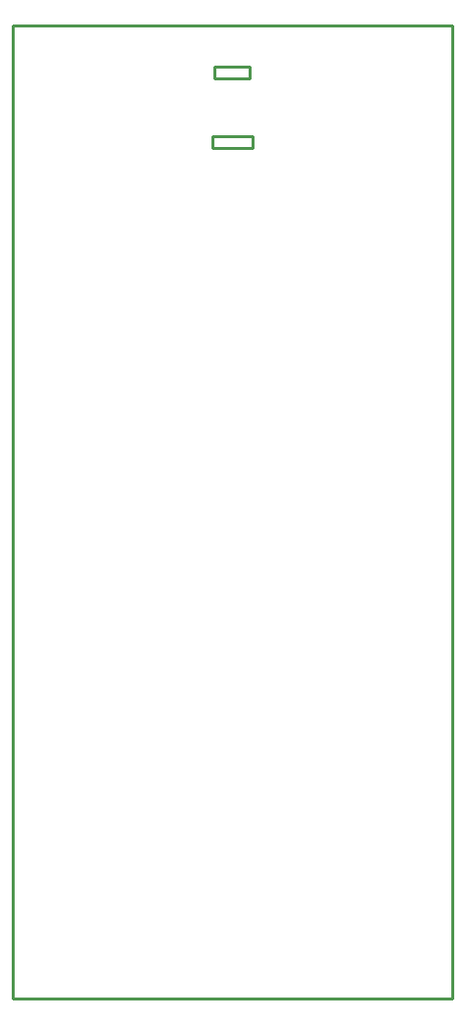
<source format=gbr>
G04 EAGLE Gerber RS-274X export*
G75*
%MOMM*%
%FSLAX34Y34*%
%LPD*%
%IN*%
%IPPOS*%
%AMOC8*
5,1,8,0,0,1.08239X$1,22.5*%
G01*
%ADD10C,0.254000*%


D10*
X0Y0D02*
X380000Y0D01*
X380000Y840000D01*
X0Y840000D01*
X0Y0D01*
X172500Y735000D02*
X207500Y735000D01*
X207500Y745000D01*
X172500Y745000D01*
X172500Y735000D01*
X175000Y795000D02*
X205000Y795000D01*
X205000Y805000D01*
X175000Y805000D01*
X175000Y795000D01*
M02*

</source>
